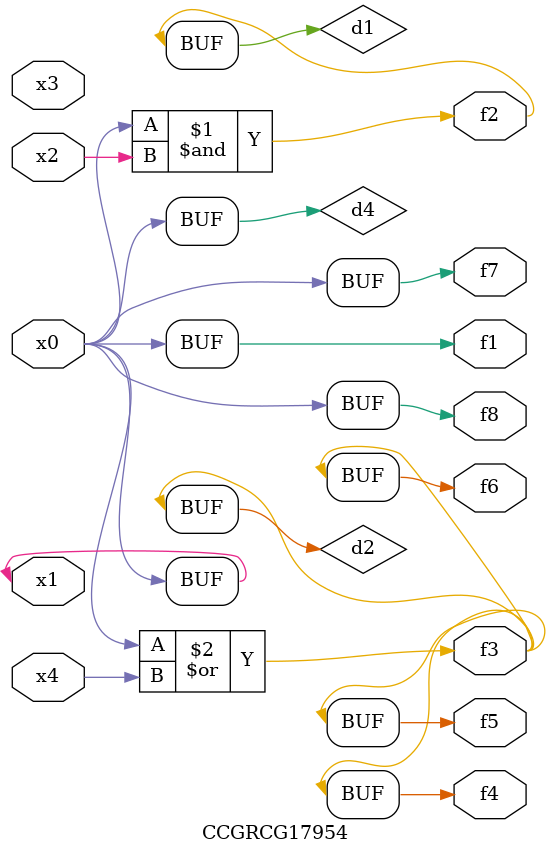
<source format=v>
module CCGRCG17954(
	input x0, x1, x2, x3, x4,
	output f1, f2, f3, f4, f5, f6, f7, f8
);

	wire d1, d2, d3, d4;

	and (d1, x0, x2);
	or (d2, x0, x4);
	nand (d3, x0, x2);
	buf (d4, x0, x1);
	assign f1 = d4;
	assign f2 = d1;
	assign f3 = d2;
	assign f4 = d2;
	assign f5 = d2;
	assign f6 = d2;
	assign f7 = d4;
	assign f8 = d4;
endmodule

</source>
